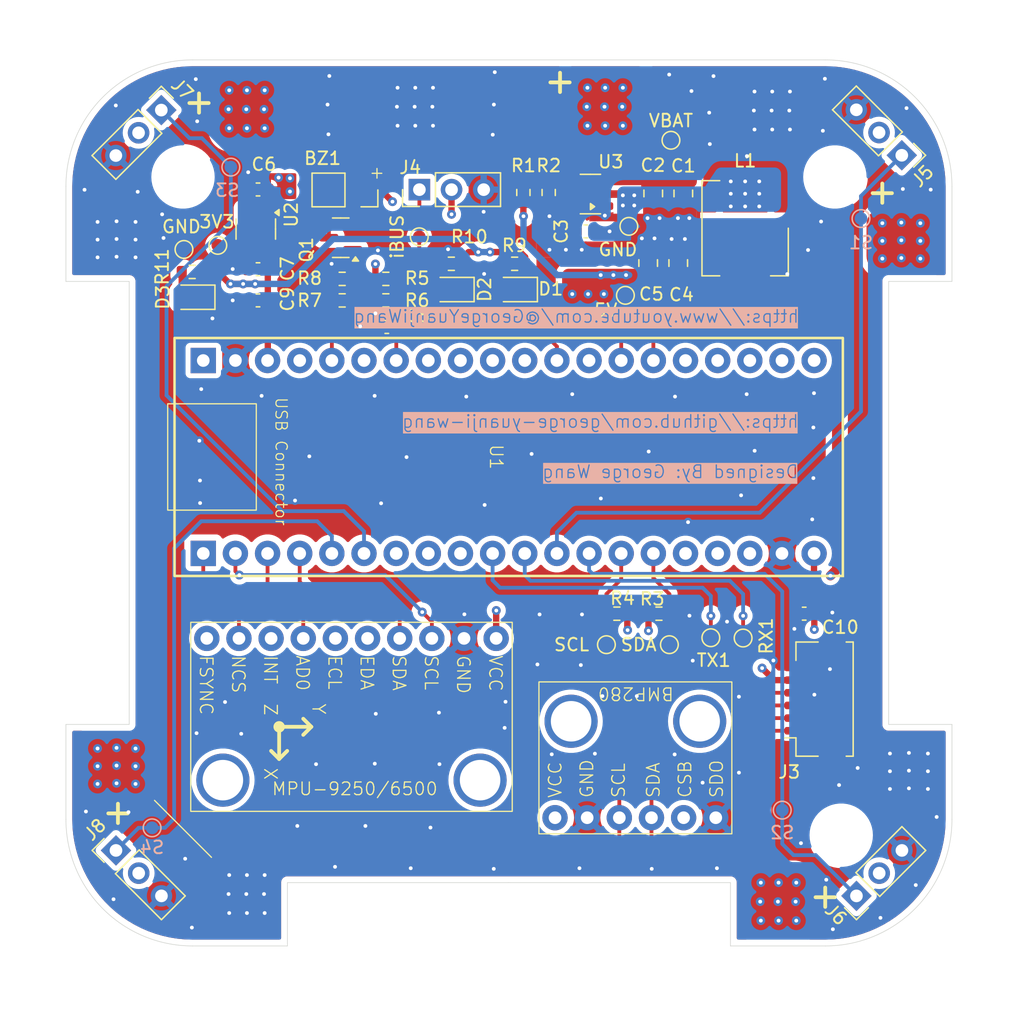
<source format=kicad_pcb>
(kicad_pcb (version 20240108) (generator "pcbnew") (generator_version "8.0")
  (layers (0 "F.Cu" signal) (1 "In1.Cu" power "GND.Cu") (2 "In2.Cu" signal "PWR.Cu") (31 "B.Cu" signal) (34 "B.Paste" user) (35 "F.Paste" user) (36 "B.SilkS" user "B.Silkscreen") (37 "F.SilkS" user "F.Silkscreen") (38 "B.Mask" user) (39 "F.Mask" user) (44 "Edge.Cuts" user))
  (net 0 "")
  (net 1 "Net-(BZ1--)")
  (net 2 "+5V")
  (net 3 "GND")
  (net 4 "VBAT")
  (net 5 "Net-(U3-SW)")
  (net 6 "Net-(U3-VBST)")
  (net 7 "+3V3")
  (net 8 "/BAT_ADC")
  (net 9 "/LED1")
  (net 10 "Net-(D1-A)")
  (net 11 "/LED2")
  (net 12 "Net-(D2-A)")
  (net 13 "Net-(D3-A)")
  (net 15 "/SPI1_SCK")
  (net 16 "/SPI1_CS")
  (net 20 "/SPI1_MOSI")
  (net 21 "/SPI1_MISO")
  (net 22 "/I2C1_SDA")
  (net 23 "/I2C1_SCL")
  (net 24 "/RX1")
  (net 25 "/TX1")
  (net 26 "/RX2_iBUS")
  (net 28 "/S1")
  (net 30 "/S2")
  (net 31 "/S3")
  (net 33 "/S4")
  (net 35 "Net-(Q1-G)")
  (net 36 "Net-(U3-VFB)")
  (net 37 "/Beeper")
  (net 38 "/S5")
  (net 39 "/UART2_TX2")
  (net 54 "/S6")
  (footprint "1_my_custom:MPU9250_Mod" (layer "F.Cu") (at 153.56 83.7025 -90)
    (property "Reference" "J1" (hide yes))
    (property "Value" "MPU9250_Breakout")
  )
  (footprint "TestPoint:TestPoint_Pad_D1.0mm" (layer "F.Cu") (at 175.2 56.6)
    (property "Reference" "TP3")
    (property "Value" "5V")
  )
  (footprint "Capacitor_SMD:C_0603_1608Metric" (layer "F.Cu") (at 189.325 81.75)
    (property "Reference" "C10")
    (property "Value" "0.1u 10V")
  )
  (footprint "TestPoint:TestPoint_Pad_D1.0mm" (layer "F.Cu") (at 178.8 44.35 180)
    (property "Reference" "TP14")
    (property "Value" "VBAT")
  )
  (footprint "Resistor_SMD:R_0603_1608Metric" (layer "F.Cu") (at 174.525 81.75 180)
    (property "Reference" "R4")
    (property "Value" "4.7k")
  )
  (footprint "Resistor_SMD:R_0603_1608Metric" (layer "F.Cu") (at 169.14 48.475 90)
    (property "Reference" "R2")
    (property "Value" "10k")
  )
  (footprint "Resistor_SMD:R_0603_1608Metric" (layer "F.Cu") (at 152.825 55.3)
    (property "Reference" "R8")
    (property "Value" "10k")
  )
  (footprint "Connector_PinHeader_2.54mm:PinHeader_1x03_P2.54mm_Vertical" (layer "F.Cu") (at 193.453949 104.046051 135)
    (property "Reference" "J6")
    (property "Value" "PWM2")
  )
  (footprint "TestPoint:TestPoint_Pad_D1.0mm" (layer "F.Cu") (at 175.475 51.15)
    (property "Reference" "TP4")
    (property "Value" "GND")
  )
  (footprint "Resistor_SMD:R_0603_1608Metric" (layer "F.Cu") (at 156.275 57 180)
    (property "Reference" "R6")
    (property "Value" "10k")
  )
  (footprint "1_my_custom:PAD_1x02_5mm" (layer "F.Cu") (at 166 41.75)
    (property "Reference" "J13" (hide yes))
    (property "Value" "VBAT")
  )
  (footprint "Package_TO_SOT_SMD:SOT-23-6" (layer "F.Cu") (at 172.4375 48.6 180)
    (property "Reference" "U3")
    (property "Value" "TPS563200")
  )
  (footprint "Capacitor_SMD:C_0805_2012Metric" (layer "F.Cu") (at 177.4 48.55 -90)
    (property "Reference" "C2")
    (property "Value" "0.1u 25V")
  )
  (footprint "Connector_PinHeader_2.54mm:PinHeader_1x03_P2.54mm_Vertical" (layer "F.Cu") (at 138.535445 41.964555 -45)
    (property "Reference" "J7")
    (property "Value" "PWM3")
  )
  (footprint "Capacitor_SMD:C_0805_2012Metric" (layer "F.Cu") (at 179.775 48.55 -90)
    (property "Reference" "C1")
    (property "Value" "10u 25V")
  )
  (footprint "Resistor_SMD:R_0603_1608Metric" (layer "F.Cu") (at 166.45 54.1075 180)
    (property "Reference" "R9")
    (property "Value" "470")
  )
  (footprint "Connector_PinHeader_2.54mm:PinHeader_1x03_P2.54mm_Vertical" (layer "F.Cu") (at 158.925 48.25 90)
    (property "Reference" "J4")
    (property "Value" "Receiver")
  )
  (footprint "TestPoint:TestPoint_Pad_D1.0mm" (layer "F.Cu") (at 181.95 83.65 90)
    (property "Reference" "TP7")
    (property "Value" "TX1")
  )
  (footprint "LED_SMD:LED_0805_2012Metric" (layer "F.Cu") (at 161.5625 56.1425 180)
    (property "Reference" "D2")
    (property "Value" "GREEN")
  )
  (footprint "LED_SMD:LED_0805_2012Metric" (layer "F.Cu") (at 166.5625 56.1425 180)
    (property "Reference" "D1")
    (property "Value" "RED")
  )
  (footprint "Capacitor_SMD:C_0805_2012Metric" (layer "F.Cu") (at 179.375 54.05 90)
    (property "Reference" "C4")
    (property "Value" "22u  16V")
  )
  (footprint "Capacitor_SMD:C_0603_1608Metric" (layer "F.Cu") (at 146.175 48.2375 180)
    (property "Reference" "C6")
    (property "Value" "1uF 10V")
  )
  (footprint "Capacitor_SMD:C_0603_1608Metric" (layer "F.Cu") (at 156.35 59.1 180)
    (property "Reference" "C8")
    (property "Value" "0.1u 10V")
  )
  (footprint "TestPoint:TestPoint_Pad_D1.0mm" (layer "F.Cu") (at 158.915 51.975 90)
    (property "Reference" "TP9")
    (property "Value" "iBUS")
  )
  (footprint "Connector_PinHeader_2.54mm:PinHeader_1x03_P2.54mm_Vertical" (layer "F.Cu") (at 197.035445 45.535445 -135)
    (property "Reference" "J5")
    (property "Value" "PWM1")
  )
  (footprint "TestPoint:TestPoint_Pad_D1.0mm" (layer "F.Cu") (at 178.675 84.2)
    (property "Reference" "TP1")
    (property "Value" "SDA")
  )
  (footprint "Connector_PinSocket_2.54mm:PinSocket_1x02_P2.54mm_Vertical" (layer "F.Cu") (at 154.315 48.275 -90)
    (property "Reference" "BZ1")
    (property "Value" "Buzzer")
  )
  (footprint "Capacitor_SMD:C_0805_2012Metric" (layer "F.Cu") (at 177 54.05 90)
    (property "Reference" "C5")
    (property "Value" "22u 16V")
  )
  (footprint "Resistor_SMD:R_0603_1608Metric" (layer "F.Cu") (at 177.85 81.75)
    (property "Reference" "R3")
    (property "Value" "4.7k")
  )
  (footprint "Package_TO_SOT_SMD:SOT-23" (layer "F.Cu") (at 152.7125 52.05 180)
    (property "Reference" "Q1")
    (property "Value" "IRLML6344")
  )
  (footprint "Resistor_SMD:R_0603_1608Metric" (layer "F.Cu") (at 161.45 54.1075 180)
    (property "Reference" "R10")
    (property "Value" "470")
  )
  (footprint "TestPoint:TestPoint_Pad_D1.0mm" (layer "F.Cu") (at 173.7 84.2)
    (property "Reference" "TP2")
    (property "Value" "SCL")
  )
  (footprint "Connector_JST:JST_SHL_SM06B-SHLS-TF_1x06-1MP_P1.00mm_Horizontal" (layer "F.Cu") (at 190.085 88.5 90)
    (property "Reference" "J3")
    (property "Value" "GPS_Mag")
  )
  (footprint "Inductor_SMD_Wurth:L_Wurth_WE-LHMI-7050" (layer "F.Cu") (at 184.66 51.3 -90)
    (property "Reference" "L1")
    (property "Value" "4.7u")
  )
  (footprint "TestPoint:TestPoint_Pad_D1.0mm" (layer "F.Cu") (at 143 52.65)
    (property "Reference" "TP5")
    (property "Value" "3V3")
  )
  (footprint "1_my_custom:PAD_1x02_5mm" (layer "F.Cu") (at 135 42 180)
    (property "Reference" "J11" (hide yes))
    (property "Value" "M3")
  )
  (footprint "Resistor_SMD:R_0603_1608Metric" (layer "F.Cu") (at 152.825 57)
    (property "Reference" "R7")
    (property "Value" "100")
  )
  (footprint "TestPoint:TestPoint_Pad_D1.0mm" (layer "F.Cu") (at 184.5 83.675 -90)
    (property "Reference" "TP8")
    (property "Value" "RX1")
  )
  (footprint "Resistor_SMD:R_0603_1608Metric" (layer "F.Cu") (at 140.975 54.75 180)
    (property "Reference" "R11")
    (property "Value" "470")
  )
  (footprint "Capacitor_SMD:C_0603_1608Metric" (layer "F.Cu") (at 172.075 51.55 180)
    (property "Reference" "C3")
    (property "Value" "0.1u 10V")
  )
  (footprint "Capacitor_SMD:C_0603_1608Metric" (layer "F.Cu") (at 146.175 57)
    (property "Reference" "C9")
    (property "Value" "0.1u 10V")
  )
  (footprint "Connector_PinHeader_2.54mm:PinHeader_1x03_P2.54mm_Vertical" (layer "F.Cu") (at 134.953949 100.453949 45)
    (property "Reference" "J8")
    (property "Value" "PWM4")
  )
  (footprint "1_my_custom:PAD_1x02_5mm" (layer "F.Cu") (at 135 104 -90)
    (property "Reference" "J12" (hide yes))
    (property "Value" "M4")
  )
  (footprint "1_my_custom:BMP280_Mod" (layer "F.Cu") (at 175.99 92.79 90)
    (property "Reference" "J2" (hide yes))
    (property "Value" "BMP280_Breakout")
  )
  (footprint "Resistor_SMD:R_0603_1608Metric" (layer "F.Cu") (at 167.14 48.475 -90)
    (property "Reference" "R1")
    (property "Value" "54.9k")
  )
  (footprint "Resistor_SMD:R_0603_1608Metric" (layer "F.Cu") (at 156.275 55.3)
    (property "Reference" "R5")
    (property "Value" "33k")
  )
  (footprint "1_my_custom:PAD_1x02_5mm" (layer "F.Cu") (at 197 42 90)
    (property "Reference" "J9" (hide yes))
    (property "Value" "M1")
  )
  (footprint "Capacitor_SMD:C_0603_1608Metric" (layer "F.Cu") (at 146.175 54.5375 180)
    (property "Reference" "C7")
    (property "Value" "1uF 10V")
  )
  (footprint "1_my_custom:PAD_1x02_5mm" (layer "F.Cu") (at 197.5 104.5)
    (property "Reference" "J10" (hide yes))
    (property "Value" "M2")
  )
  (footprint "1_my_custom:Stm32f411ceu_module" (layer "F.Cu") (at 165.98 69.37 -90)
    (property "Reference" "U1")
    (property "Value" "STM32F411CEU1" (hide yes))
  )
  (footprint "TestPoint:TestPoint_Pad_D1.0mm" (layer "F.Cu") (at 140.325 52.975)
    (property "Reference" "TP6")
    (property "Value" "GND")
  )
  (footprint "Package_TO_SOT_SMD:SOT-23-5" (layer "F.Cu") (at 146 51.3625 -90)
    (property "Reference" "U2")
    (property "Value" "TLV73333P")
  )
  (footprint "LED_SMD:LED_0805_2012Metric" (layer "F.Cu") (at 141.0875 56.75 180)
    (property "Reference" "D3")
    (property "Value" "BLUE")
  )
  (footprint "TestPoint:TestPoint_Pad_D1.0mm" (layer "B.Cu") (at 193.814 50.535 90)
    (property "Reference" "TP10")
    (property "Value" "S1")
  )
  (footprint "TestPoint:TestPoint_Pad_D1.0mm" (layer "B.Cu") (at 187.591 97.271 180)
    (property "Reference" "TP11")
    (property "Value" "S2")
  )
  (footprint "TestPoint:TestPoint_Pad_D1.0mm" (layer "B.Cu") (at 137.807 98.668 180)
    (property "Reference" "TP13")
    (property "Value" "S4")
  )
  (footprint "TestPoint:TestPoint_Pad_D1.0mm" (layer "B.Cu") (at 144.03 46.471 180)
    (property "Reference" "TP12")
    (property "Value" "S3")
  )
  (gr_line (start 138 96.5) (end 142.5 101) (stroke (width 0.1)) (layer "F.SilkS"))
  (gr_line (start 166 103) (end 148.5 103) (stroke (width 0.05)) (layer "Edge.Cuts"))
  (gr_line (start 131 90.5) (end 131 98) (stroke (width 0.05)) (layer "Edge.Cuts"))
  (gr_arc (start 201 98) (mid 198.071068 105.071068) (end 191 108) (stroke (width 0.05)) (layer "Edge.Cuts"))
  (gr_line (start 136 73) (end 136 55.5) (stroke (width 0.05)) (layer "Edge.Cuts"))
  (gr_arc (start 191 38) (mid 198.071068 40.928932) (end 201 48) (stroke (width 0.05)) (layer "Edge.Cuts"))
  (gr_arc (start 141 108) (mid 133.928932 105.071068) (end 131 98) (stroke (width 0.05)) (layer "Edge.Cuts"))
  (gr_line (start 136 73) (end 136 90.5) (stroke (width 0.05)) (layer "Edge.Cuts"))
  (gr_line (start 196 90.5) (end 201 90.5) (stroke (width 0.05)) (layer "Edge.Cuts"))
  (gr_line (start 201 55.5) (end 201 48) (stroke (width 0.05)) (layer "Edge.Cuts"))
  (gr_line (start 201 90.5) (end 201 98) (stroke (width 0.05)) (layer "Edge.Cuts"))
  (gr_line (start 183.5 103) (end 183.5 108) (stroke (width 0.05)) (layer "Edge.Cuts"))
  (gr_line (start 136 55.5) (end 131 55.5) (stroke (width 0.05)) (layer "Edge.Cuts"))
  (gr_arc (start 131 48) (mid 133.928932 40.928932) (end 141 38) (stroke (width 0.05)) (layer "Edge.Cuts"))
  (gr_line (start 196 73) (end 196 90.5) (stroke (width 0.05)) (layer "Edge.Cuts"))
  (gr_line (start 136 90.5) (end 131 90.5) (stroke (width 0.05)) (layer "Edge.Cuts"))
  (gr_line (start 196 73) (end 196 55.5) (stroke (width 0.05)) (layer "Edge.Cuts"))
  (gr_line (start 191 108) (end 183.5 108) (stroke (width 0.05)) (layer "Edge.Cuts"))
  (gr_line (start 148.5 103) (end 148.5 108) (stroke (width 0.05)) (layer "Edge.Cuts"))
  (gr_line (start 196 55.5) (end 201 55.5) (stroke (width 0.05)) (layer "Edge.Cuts"))
  (gr_line (start 191 38) (end 141 38) (stroke (width 0.05)) (layer "Edge.Cuts"))
  (gr_line (start 166 103) (end 183.5 103) (stroke (width 0.05)) (layer "Edge.Cuts"))
  (gr_line (start 148.5 108) (end 141 108) (stroke (width 0.05)) (layer "Edge.Cuts"))
  (gr_line (start 131 48) (end 131 55.5) (stroke (width 0.05)) (layer "Edge.Cuts"))
  (gr_text "Designed By: George Wang" (at 188.925 71.125 0) (layer "B.SilkS" knockout) (effects (font (size 1 1) (thickness 0.1)) (justify left bottom mirror)))
  (gr_text "https://www.youtube.com/@GeorgeYuanjiWang" (at 188.975 58.85 0) (layer "B.SilkS" knockout) (effects (font (size 1 1) (thickness 0.1)) (justify left bottom mirror)))
  (gr_text "https://github.com/george-yuanji-wang" (at 188.95 67.15 0) (layer "B.SilkS" knockout) (effects (font (size 1 1) (thickness 0.1)) (justify left bottom mirror)))
  (gr_text "+" (at 140.08 42.43 0) (layer "F.SilkS") (effects (font (size 2 2) (thickness 0.3)) (justify left bottom)))
  (gr_text "+" (at 133.675 98.55 0) (layer "F.SilkS") (effects (font (size 2 2) (thickness 0.3)) (justify left bottom)))
  (gr_text "+" (at 168.6 40.8 0) (layer "F.SilkS") (effects (font (size 2 2) (thickness 0.3)) (justify left bottom)))
  (gr_text "+" (at 194.06 49.55 0) (layer "F.SilkS") (effects (font (size 2 2) (thickness 0.3)) (justify left bottom)))
  (gr_text "+" (at 189.55 105.175 0) (layer "F.SilkS") (effects (font (size 2 2) (thickness 0.3)) (justify left bottom)))
  (segment (start 151.775 52.05) (end 151.775 48.275) (width 0.3) (layer "F.Cu") (net 1))
  (segment (start 191.4 78.75) (end 191.9 78.25) (width 0.75) (layer "F.Cu") (net 2))
  (segment (start 164.99 83.7025) (end 164.99 81.51) (width 0.5) (layer "F.Cu") (net 2))
  (segment (start 177.95 59.25) (end 176.8 58.1) (width 0.75) (layer "F.Cu") (net 2))
  (segment (start 161.465 50.2) (end 161.465 48.25) (width 0.5) (layer "F.Cu") (net 2))
  (segment (start 146.95 48.2375) (end 146.95 50.225) (width 0.5) (layer "F.Cu") (net 2))
  (segment (start 177 55) (end 175.25 55) (width 0.5) (layer "F.Cu") (net 2))
  (segment (start 167.14 49.3) (end 167.14 50.34) (width 0.5) (layer "F.Cu") (net 2))
  (segment (start 176.8 56.6) (end 175.2 56.6) (width 0.75) (layer "F.Cu") (net 2))
  (segment (start 188.41 87) (end 186.95 87) (width 0.5) (layer "F.Cu") (net 2))
  (segment (start 190.65 59.25) (end 177.95 59.25) (width 0.75) (layer "F.Cu") (net 2))
  (segment (start 154.315 48.275) (end 155.875 48.275) (width 0.5) (layer "F.Cu") (net 2))
  (segment (start 145.4 51.4) (end 146.6 51.4) (width 0.3) (layer "F.Cu") (net 2))
  (segment (start 145.05 51.05) (end 145.4 51.4) (width 0.3) (layer "F.Cu") (net 2))
  (segment (start 145.05 50.225) (end 145.05 51.05) (width 0.3) (layer "F.Cu") (net 2))
  (segment (start 155.875 48.275) (end 156.8 49.2) (width 0.5) (layer "F.Cu") (net 2))
  (segment (start 146.95 51.05) (end 146.95 50.225) (width 0.3) (layer "F.Cu") (net 2))
  (segment (start 186.95 87) (end 186 86.05) (width 0.5) (layer "F.Cu") (net 2))
  (segment (start 191.9 60.5) (end 190.65 59.25) (width 0.75) (layer "F.Cu") (net 2))
  (segment (start 146.6 51.4) (end 146.95 51.05) (width 0.3) (layer "F.Cu") (net 2))
  (segment (start 191.9 78.25) (end 191.9 60.5) (width 0.75) (layer "F.Cu") (net 2))
  (segment (start 164.99 81.51) (end 165 81.5) (width 0.5) (layer "F.Cu") (net 2))
  (segment (start 176.8 58.1) (end 176.8 56.6) (width 0.75) (layer "F.Cu") (net 2))
  (segment (start 167.14 50.34) (end 167.15 50.35) (width 0.5) (layer "F.Cu") (net 2))
  (via (at 172.25 56.5) (size 0.7) (drill 0.3) (layers "F.Cu" "B.Cu") (net 2))
  (via (at 167.15 50.35) (size 0.7) (drill 0.3) (layers "F.Cu" "B.Cu") (net 2))
  (via (at 173.5 56.5) (size 0.7) (drill 0.3) (layers "F.Cu" "B.Cu") (net 2))
  (via (at 161.465 50.2) (size 0.7) (drill 0.3) (layers "F.Cu" "B.Cu") (net 2))
  (via (at 148.7 48.4) (size 0.7) (drill 0.3) (layers "F.Cu" "B.Cu") (net 2))
  (via (at 174.25 55) (size 0.7) (drill 0.3) (layers "F.Cu" "B.Cu") (net 2))
  (via (at 165 81.5) (size 0.7) (drill 0.3) (layers "F.Cu" "B.Cu") (net 2))
  (via (at 148.7 47.35) (size 0.7) (drill 0.3) (layers "F.Cu" "B.Cu") (net 2))
  (via (at 171 56.5) (size 0.7) (drill 0.3) (layers "F.Cu" "B.Cu") (net 2))
  (via (at 191.4 78.75) (size 0.7) (drill 0.3) (layers "F.Cu" "B.Cu") (net 2))
  (via (at 186 86.05) (size 0.7) (drill 0.3) (layers "F.Cu" "B.Cu") (net 2))
  (via (at 173.25 55) (size 0.7) (drill 0.3) (layers "F.Cu" "B.Cu") (net 2))
  (via (at 156.8 49.2) (size 0.7) (drill 0.3) (layers "F.Cu" "B.Cu") (net 2))
  (via (at 147.8 47.3) (size 0.7) (drill 0.3) (layers "F.Cu" "B.Cu") (net 2))
  (via (at 175.25 55) (size 0.7) (drill 0.3) (layers "F.Cu" "B.Cu") (net 2))
  (segment (start 169.8 55) (end 175.5 55) (width 0.5) (layer "B.Cu") (net 2))
  (segment (start 167.15 50.35) (end 167.15 52.35) (width 0.5) (layer "B.Cu") (net 2))
  (segment (start 167.15 52.35) (end 169.8 55) (width 0.5) (layer "B.Cu") (net 2))
  (segment (start 144.4 59.8) (end 144.39 59.81) (width 0.5) (layer "F.Cu") (net 3))
  (segment (start 144.3125 48.2375) (end 140.325 52.225) (width 0.5) (layer "F.Cu") (net 3))
  (segment (start 142.025 56.75) (end 142.025 57.875) (width 0.5) (layer "F.Cu") (net 3))
  (segment (start 144.39 59.81) (end 144.39 61.75) (width 0.5) (layer "F.Cu") (net 3))
  (segment (start 187.5 86) (end 186.95 85.45) (width 0.5) (layer "F.Cu") (net 3))
  (segment (start 145.4 48.2375) (end 146 48.8375) (width 0.5) (layer "F.Cu") (net 3))
  (segment (start 152 54.12) (end 152 55.3) (width 0.5) (layer "F.Cu") (net 3))
  (segment (start 145.4 57) (end 144.175 57) (width 0.5) (layer "F.Cu") (net 3))
  (segment (start 151.99 54.11) (end 152 54.12) (width 0.5) (layer "F.Cu") (net 3))
  (segment (start 187.57 76.99) (end 187.57 78.77) (width 0.5) (layer "F.Cu") (net 3))
  (segment (start 186.95 85.45) (end 186.891 85.45) (width 0.5) (layer "F.Cu") (net 3))
  (segment (start 138.546051 104.046051) (end 138.553949 104.046051) (width 0.5) (layer "F.Cu") (net 3))
  (segment (start 144.4 59.5) (end 144.4 59.8) (width 0.5) (layer "F.Cu") (net 3))
  (segment (start 145.4 57) (end 145.4 58.5) (width 0.5) (layer "F.Cu") (net 3))
  (segment (start 188.55 79.75) (end 188.55 81.75) (width 0.5) (layer "F.Cu") (net 3))
  (segment (start 144.1875 54.5375) (end 144.175 54.525) (width 0.5) (layer "F.Cu") (net 3))
  (segment (start 140.325 52.225) (end 140.325 52.975) (width 0.5) (layer "F.Cu") (net 3))
  (segment (start 193.443343 41.943343) (end 193.431657 41.943343) (width 0.5) (layer "F.Cu") (net 3))
  (segment (start 154.675 51.1) (end 155.65 52.075) (width 0.5) (layer "F.Cu") (net 3))
  (segment (start 145.4 58.5) (end 144.4 59.5) (width 0.5) (layer "F.Cu") (net 3))
  (segment (start 155.65 52.075) (end 155.65 53.05) (width 0.5) (layer "F.Cu") (net 3))
  (segment (start 134.943343 45.556657) (end 134.943343 45.568343) (width 0.5) (layer "F.Cu") (net 3))
  (segment (start 155.45 57) (end 155.45 58.025) (width 0.5) (layer "F.Cu") (net 3))
  (segment (start 153.65 51.1) (end 154.675 51.1) (width 0.5) (layer "F.Cu") (net 3))
  (segment (start 188.55 81.75) (end 188.55 82.95) (width 0.5) (layer "F.Cu") (net 3))
  (segment (start 164.005 49.995) (end 164 50) (width 0.5) (layer "F.Cu") (net 3))
  (segment (start 164.005 48.25) (end 164.005 49.995) (width 0.5) (layer "F.Cu") (net 3))
  (segment (start 145.4 54.5375) (end 144.1875 54.5375) (width 0.5) (layer "F.Cu") (net 3))
  (segment (start 146 48.8375) (end 146 50.225) (width 0.5) (layer "F.Cu") (net 3))
  (segment (start 145.4 48.2375) (end 145.4 46.875) (width 0.5) (layer "F.Cu") (net 3))
  (segment (start 155.55 59.05) (end 154.25 59.05) (width 0.3) (layer "F.Cu") (net 3))
  (segment (start 145.4 48.2375) (end 144.3125 48.2375) (width 0.5) (layer "F.Cu") (net 3))
  (segment (start 187.57 78.77) (end 188.55 79.75) (width 0.5) (layer "F.Cu") (net 3))
  (segment (start 197.046051 100.453949) (end 197.046051 100.421051) (width 0.5) (layer "F.Cu") (net 3))
  (segment (start 188.41 86) (end 187.5 86) (width 0.5) (layer "F.Cu") (net 3))
  (segment (start 142.025 57.875) (end 142.575 58.425) (width 0.5) (layer "F.Cu") (net 3))
  (via (at 144.175 57) (size 0.7) (drill 0.3) (layers "F.Cu" "B.Cu") (net 3))
  (via (at 173.26 72.65) (size 0.7) (drill 0.3) (layers "F.Cu" "B.Cu") (net 3))
  (via (at 176.5 52.1) (size 0.7) (drill 0.3) (layers "F.Cu" "B.Cu") (net 3))
  (via (at 189.63 53.02) (size 0.7) (drill 0.3) (layers "F.Cu" "B.Cu") (net 3))
  (via (at 199.1 95.6) (size 0.7) (drill 0.3) (layers "F.Cu" "B.Cu") (net 3))
  (via (at 185.4 43.5) (size 0.7) (drill 0.3) (layers "F.Cu" "B.Cu") (net 3))
  (via (at 158.24 101.86) (size 0.7) (drill 0.3) (layers "F.Cu" "B.Cu") (net 3))
  (via (at 154.25 59.05) (size 0.7) (drill 0.3) (layers "F.Cu" "B.Cu") (net 3))
  (via (at 188.15 42) (size 0.7) (drill 0.3) (layers "F.Cu" "B.Cu") (net 3))
  (via (at 136.5 50.8) (size 0.7) (drill 0.3) (layers "F.Cu" "B.Cu") (net 3))
  (via (at 135 50.75) (size 0.7) (drill 0.3) (layers "F.Cu" "B.Cu") (net 3))
  (via (at 193.55 93.94) (size 0.7) (drill 0.3) (layers "F.Cu" "B.Cu") (net 3))
  (via (at 133.5 53.6) (size 0.7) (drill 0.3) (layers "F.Cu" "B.Cu") (net 3))
  (via (at 151.67 41.53) (size 0.7) (drill 0.3) (layers "F.Cu" "B.Cu") (net 3))
  (via (at 155.9 73.03) (size 0.7) (drill 0.3) (layers "F.Cu" "B.Cu") (net 3))
  (via (at 150.23 69.32) (size 0.7) (drill 0.3) (layers "F.Cu" "B.Cu") (net 3))
  (via (at 187.99 54.92) (size 0.7) (drill 0.3) (layers "F.Cu" "B.Cu") (net 3))
  (via (at 141.26 39.52) (size 0.7) (drill 0.3) (layers "F.Cu" "B.Cu") (net 3))
  (via (at 164.72 43.91) (size 0.7) (drill 0.3) (layers "F.Cu" "B.Cu") (net 3))
  (via (at 185.41 68.88) (size 0.7) (drill 0.3) (layers "F.Cu" "B.Cu") (net 3))
  (via (at 186.8 43.5) (size 0.7) (drill 0.3) (layers "F.Cu" "B.Cu") (net 3))
  (via (at 184.78 64.41) (size 0.7) (drill 0.3) (layers "F.Cu" "B.Cu") (net 3))
  (via (at 199.79 97.81) (size 0.7) (drill 0.3) (layers "F.Cu" "B.Cu") (net 3))
  (via (at 141.59 71.23) (size 0.7) (drill 0.3) (layers "F.Cu" "B.Cu") (net 3))
  (via (at 191.07 102.77) (size 0.7) (drill 0.3) (layers "F.Cu" "B.Cu") (net 3))
  (via (at 182.16 39.28) (size 0.7) (drill 0.3) (layers "F.Cu" "B.Cu") (net 3))
  (via (at 171.57 101.86) (size 0.7) (drill 0.3) (layers "F.Cu" "B.Cu") (net 3))
  (via (at 159.95 41.7) (size 0.7) (drill 0.3) (layers "F.Cu" "B.Cu") (net 3))
  (via (at 155.39 64.54) (size 0.7) (drill 0.3) (layers "F.Cu" "B.Cu") (net 3))
  (via (at 141.54 68.09) (size 0.7) (drill 0.3) (layers "F.Cu" "B.Cu") (net 3))
  (via (at 184.17 94.31) (size 0.7) (drill 0.3) (layers "F.Cu" "B.Cu") (net 3))
  (via (at 168.42 81.81) (size 0.7) (drill 0.3) (layers "F.Cu" "B.Cu") (net 3))
  (via (at 196.1 92.8) (size 0.7) (drill 0.3) (layers "F.Cu" "B.Cu") (net 3))
  (via (at 151.74 43.88) (size 0.7) (drill 0.3) (layers "F.Cu" "B.Cu") (net 3))
  (via (at 132.47 48.26) (size 0.7) (drill 0.3) (layers "F.Cu" "B.Cu") (net 3))
  (via (at 180.26 81.91) (size 0.7) (drill 0.3) (layers "F.Cu" "B.Cu") (net 3))
  (via (at 151.81 39.27) (size 0.7) (drill 0.3) (layers "F.Cu" "B.Cu") (net 3))
  (via (at 186.75 42) (size 0.7) (drill 0.3) (layers "F.Cu" "B.Cu") (net 3))
  (via (at 160 40.2) (size 0.7) (drill 0.3) (layers "F.Cu" "B.Cu") (net 3))
  (via (at 155.4 93.6) (size 0.7) (drill 0.3) (layers "F.Cu" "B.Cu") (net 3))
  (via (at 154.66 98.52) (size 0.7) (drill 0.3) (layers "F.Cu" "B.Cu") (net 3))
  (via (at 192.08 95.29) (size 0.7) (drill 0.3) (layers "F.Cu" "B.Cu") (net 3))
  (via (at 158.55 41.7) (size 0.7) (drill 0.3) (layers "F.Cu" "B.Cu") (net 3))
  (via (at 164.81 41.53) (size 0.7) (drill 0.3) (layers "F.Cu" "B.Cu") (net 3))
  (via (at 170.5 53) (size 0.7) (drill 0.3) (layers "F.Cu" "B.Cu") (net 3))
  (via (at 188.2 40.5) (size 0.7) (drill 0.3) (layers "F.Cu" "B.Cu") (net 3))
  (via (at 142.575 58.425) (size 0.7) (drill 0.3) (layers "F.Cu" "B.Cu") (net 3))
  (via (at 191.36 86.13) (size 0.7) (drill 0.3) (layers "F.Cu" "B.Cu") (net 3))
  (via (at 188.2 43.5) (size 0.7) (drill 0.3) (layers "F.Cu" "B.Cu") (net 3))
  (via (at 143.85 103.9) (size 0.7) (drill 0.3) (layers "F.Cu" "B.Cu") (net 3))
  (via (at 191.59 106.68) (size 0.7) (drill 0.3) (layers "F.Cu" "B.Cu") (net 3))
  (via (at 173.575 50.3) (size 0.7) (drill 0.3) (layers "F.Cu" "B.Cu") (net 3))
  (via (at 177.04 68.94) (size 0.7) (drill 0.3) (layers "F.Cu" "B.Cu") (net 3))
  (via (at 173.38 88.26) (size 0.7) (drill 0.3) (layers "F.Cu" "B.Cu") (net 3))
  (via (at 169.2 50.35) (size 0.7) (drill 0.3) (layers "F.Cu" "B.Cu") (net 3))
  (via (at 198.14 103.19) (size 0.7) (drill 0.3) (layers "F.Cu" "B.Cu") (net 3))
  (via (at 184.34 72.4) (size 0.7) (drill 0.3) (layers "F.Cu" "B.Cu") (net 3))
  (via (at 181.3 95.1) (size 0.7) (drill 0.3) (layers "F.Cu" "B.Cu") (net 3))
  (via (at 152.26 101.75) (size 0.7) (drill 0.3) (layers "F.Cu" "B.Cu") (net 3))
  (via (at 176.1 88.26) (size 0.7) (drill 0.3) (layers "F.Cu" "B.Cu") (net 3))
  (via (at 164.88 38.97) (size 0.7) (drill 0.3) (layers "F.Cu" "B.Cu") (net 3))
  (via (at 197.6 95.55) (size 0.7) (drill 0.3) (layers "F.Cu" "B.Cu") (net 3))
  (via (at 179.12 64.6) (size 0.7) (drill 0.3) (layers "F.Cu" "B.Cu") (net 3))
  (via (at 164.04 54.91) (size 0.7) (drill 0.3) (layers "F.Cu" "B.Cu") (net 3))
  (via (at 159.8 98.65) (size 0.7) (drill 0.3) (layers "F.Cu" "B.Cu") (net 3))
  (via (at 146.46 64.54) (size 0.7) (drill 0.3) (layers "F.Cu" "B.Cu") (net 3))
  (via (at 196.1 94.2) (size 0.7) (drill 0.3) (layers "F.Cu" "B.Cu") (net 3))
  (via (at 181.87 44.65) (size 0.7) (drill 0.3) (layers "F.Cu" "B.Cu") (net 3))
  (via (at 190.13 88.15) (size 0.7) (drill 0.3) (layers "F.Cu" "B.Cu") (net 3))
  (via (at 177.28 101.91) (size 0.7) (drill 0.3) (layers "F.Cu" "B.Cu") (net 3))
  (via (at 133.5 50.8) (size 0.7) (drill 0.3) (layers "F.Cu" "B.Cu") (net 3))
  (via (at 157.2 40.2) (size 0.7) (drill 0.3) (layers "F.Cu" "B.Cu") (net 3))
  (via (at 183.23 82.38) (size 0.7) (drill 0.3) (layers "F.Cu" "B.Cu") (net 3))
  (via (at 145.25 103.9) (size 0.7) (drill 0.3) (layers "F.Cu" "B.Cu") (net 3))
  (via (at 189.07 99.88) (size 0.7) (drill 0.3) (layers "F.Cu" "B.Cu") (net 3))
  (via (at 171.68 85.81) (size 0.7) (drill 0.3) (layers "F.Cu" "B.Cu") (net 3))
  (via (at 177.5 52.1) (size 0.7) (drill 0.3) (layers "F.Cu" "B.Cu") (net 3))
  (via (at 180.15 74.52) (size 0.7) (drill 0.3) (layers "F.Cu" "B.Cu") (net 3))
  (via (at 146.7 105.4) (size 0.7) (drill 0.3) (layers "F.Cu" "B.Cu") (net 3))
  (via (at 169.38 92.86) (size 0.7) (drill 0.3) (layers "F.Cu" "B.Cu") (net 3))
  (via (at 164 50) (size 0.7) (drill 0.3) (layers "F.Cu" "B.Cu") (net 3))
  (via (at 171.75 53) (size 0.7) (drill 0.3) (layers "F.Cu" "B.Cu") (net 3))
  (via (at 135 52.15) (size 0.7) (drill 0.3) (layers "F.Cu" "B.Cu") (net 3))
  (via (at 190.96 39.49) (size 0.7) (drill 0.3) (layers "F.Cu" "B.Cu") (net 3))
  (via (at 197.6 92.75) (size 0.7) (drill 0.3) (layers "F.Cu" "B.Cu") (net 3))
  (via (at 158.6 40.2) (size 0.7) (drill 0.3) (layers "F.Cu" "B.Cu") (net 3))
  (via (at 180.42 40.46) (size 0.7) (drill 0.3) (layers "F.Cu" "B.Cu") (net 3))
  (via (at 149.1 72.81) (size 0.7) (drill 0.3) (layers "F.Cu" "B.Cu") (net 3))
  (via (at 155.45 58.025) (size 0.7) (drill 0.3) (layers "F.Cu" "B.Cu") (net 3))
  (via (at 141.32 91.19) (size 0.7) (drill 0.3) (layers "F.Cu" "B.Cu") (net 3))
  (via (at 164.08 73.16) (size 0.7) (drill 0.3) (layers "F.Cu" "B.Cu") (net 3))
  (via (at 138.6 50.2) (size 0.7) (drill 0.3) (layers "F.Cu" "B.Cu") (net 3))
  (via (at 134.94 41.6) (size 0.7) (drill 0.3) (layers "F.Cu" "B.Cu") (net 3))
  (via (at 190.05 67.04) (size 0.7) (drill 0.3) (layers "F.Cu" "B.Cu") (net 3))
  (via (at 145.3 105.4) (size 0.7) (drill 0.3) (layers "F.Cu" "B.Cu") (net 3))
  (via (at 179.9 52.15) (size 0.7) (drill 0.3) (layers "F.Cu" "B.Cu") (net 3))
  (via (at 196.1 95.6) (size 0.7) (drill 0.3) (layers "F.Cu" "B.Cu") (net 3))
  (via (at 162.63 64.6) (size 0.7) (drill 0.3) (layers "F.Cu" "B.Cu") (net 3))
  (via (at 160.51 93.64) (size 0.7) (drill 0.3) (layers "F.Cu" "B.Cu") (net 3))
  (via (at 197.12 48.2) (size 0.7) (drill 0.3) (layers "F.Cu" "B.Cu") (net 3))
  (via (at 165.66 90.77) (size 0.7) (drill 0.3) (layers "F.Cu" "B.Cu") (net 3))
  (via (at 150.76 93.64) (size 0.7) (drill 0.3) (layers "F.Cu" "B.Cu") (net 3))
  (via (at 146.7 102.4) (size 0.7) (drill 0.3) (layers "F.Cu" "B.Cu") (net 3))
  (via (at 190.8 43.6) (size 0.7) (drill 0.3) (layers "F.Cu" "B.Cu") (net 3))
  (via (at 172.79 92.81) (size 0.7) (drill 0.3) (layers "F.Cu" "B.Cu") (net 3))
  (via (at 146.65 103.9) (size 0.7) (drill 0.3) (layers "F.Cu" "B.Cu") (net 3))
  (via (at 191.55 81.66) (size 0.7) (drill 0.3) (layers "F.Cu" "B.Cu") (net 3))
  (via (at 178.66 39.16) (size 0.7) (drill 0.3) (layers "F.Cu" "B.Cu") (net 3))
  (via (at 184.8 45.6) (size 0.7) (drill 0.3) (layers "F.Cu" "B.Cu") (net 3))
  (via (at 136.5 52.2) (size 0.7) (drill 0.3) (layers "F.Cu" "B.Cu") (net 3))
  (via (at 190.1 64.33) (size 0.7) (drill 0.3) (layers "F.Cu" "B.Cu") (net 3))
  (via (at 157.2 43.2) (size 0.7) (drill 0.3) (layers "F.Cu" "B.Cu") (net 3))
  (via (at 180.25 50.5) (size 0.7) (drill 0.3) (layers "F.Cu" "B.Cu") (net 3))
  (via (at 171.77 81.81) (size 0.7) (drill 0.3) (layers "F.Cu" "B.Cu") (net 3))
  (via (at 168.25 85.76) (size 0.7) (drill 0.3) (layers "F.Cu" "B.Cu") (net 3))
  (via (at 190.66 50.77) (size 0.7) (drill 0.3) (layers "F.Cu" "B.Cu") (net 3))
  (via (at 189.96 74.3) (size 0.7) (drill 0.3) (layers "F.Cu" "B.Cu") (net 3))
  (via (at 155.65 53.05) (size 0.7) (drill 0.3) (layers "F.Cu" "B.Cu") (net 3))
  (via (at 158.6 43.2) (size 0.7) (drill 0.3) (layers "F.Cu" "B.Cu") (net 3))
  (via (at 195.35 105.78) (size 0.7) (drill 0.3) (layers "F.Cu" "B.Cu") (net 3))
  (via (at 179.35 50.5) (size 0.7) (drill 0.3) (layers "F.Cu" "B.Cu") (net 3))
  (via (at 135.94 97.43) (size 0.7) (drill 0.3) (layers "F.Cu" "B.Cu") (net 3))
  (via (at 188.55 82.95) (size 0.7) (drill 0.3) (layers "F.Cu" "B.Cu") (net 3))
  (via (at 143.9 102.4) (size 0.7) (drill 0.3) (layers "F.Cu" "B.Cu") (net 3))
  (via (at 157.15 41.7) (size 0.7) (drill 0.3) (layers "F.Cu" "B.Cu") (net 3))
  (via (at 143.9 105.4) (size 0.7) (drill 0.3) (layers "F.Cu" "B.Cu") (net 3))
  (via (at 190.05 71.04) (size 0.7) (drill 0.3) (layers "F.Cu" "B.Cu") (net 3))
  (via (at 165.73 88.71) (size 0.7) (drill 0.3) (layers "F.Cu" "B.Cu") (net 3))
  (via (at 140.95 106.55) (size 0.7) (drill 0.3) (layers "F.Cu" "B.Cu") (net 3))
  (via (at 169.2 53) (size 0.7) (drill 0.3) (layers "F.Cu" "B.Cu") (net 3))
  (via (at 177.9 50.5) (size 0.7) (drill 0.3) (layers "F.Cu" "B.Cu") (net 3))
  (via (at 176.95 50.5) (size 0.7) (drill 0.3) (layers "F.Cu" "B.Cu") (net 3))
  (via (at 144.175 54.525) (size 0.7) (drill 0.3) (layers "F.Cu" "B.Cu") (net 3))
  (via (at 197.41 41.81) (size 0.7) (drill 0.3) (layers "F.Cu" "B.Cu") (net 3))
  (via (at 184.17 88.31) (size 0.7) (drill 0.3) (layers "F.Cu" "B.Cu") (net 3))
  (via (at 185.4 40.5) (size 0.7) (drill 0.3) (layers "F.Cu" "B.Cu") (net 3))
  (via (at 141.37 42.85) (size 0.7) (drill 0.3) (layers "F.Cu" "B.Cu") (net 3))
  (via (at 151.99 54.11) (size 0.7) (drill 0.3) (layers "F.Cu" "B.Cu") (net 3))
  (via (at 140.42 101.11) (size 0.7) (drill 0.3) (layers "F.Cu" "B.Cu") (net 3))
  (via (at 199.32 48.25) (size 0.7) (drill 0.3) (layers "F.Cu" "B.Cu") (net 3))
  (via (at 141.6 73.01) (size 0.7) (drill 0.3) (layers "F.Cu" "B.Cu") (net 3))
  (via (at 178.85 52.15) (size 0.7) (drill 0.3) (layers "F.Cu" "B.Cu") (net 3))
  (via (at 199.1 94.2) (size 0.7) (drill 0.3) (layers "F.Cu" "B.Cu") (net 3))
  (via (at 179.09 92.87) (size 0.7) (drill 0.3) (layers "F.Cu" "B.Cu") (net 3))
  (via (at 135 53.55) (size 0.7) (drill 0.3) (layers "F.Cu" "B.Cu") (net 3))
  (via (at 186.891 85.45) (size 0.7) (drill 0.3) (layers "F.Cu" "B.Cu") (net 3))
  (via (at 162.48 81.8) (size 0.7) (drill 0.3) (layers "F.Cu" "B.Cu") (net 3))
  (via (at 167.79 69.13) (size 0.7) (drill 0.3) (layers "F.Cu" "B.Cu") (net 3))
  (via (at 181.82 42.17) (size 0.7) (drill 0.3) (layers "F.Cu" "B.Cu") (net 3))
  (via (at 136.67 48.42) (size 0.7) (drill 0.3) (layers "F.Cu" "B.Cu") (net 3))
  (via (at 134.76 104.31) (size 0.7) (drill 0.3) (layers "F.Cu" "B.Cu") (net 3))
  (via (at 138.71 52.07) (size 0.7) (drill 0.3) (layers "F.Cu" "B.Cu") (net 3))
  (via (at 197.6 94.15) (size 0.7) (drill 0.3) (layers "F.Cu" "B.Cu") (net 3))
  (via (at 145.4 46.875) (size 0.7) (drill 0.3) (layers "F.Cu" "B.Cu") (net 3))
  (via (at 171 64.41) (size 0.7) (drill 0.3) (layers "F.Cu" "B.Cu") (net 3))
  (via (at 186.8 40.5) (size 0.7) (drill 0.3) (layers "F.Cu" "B.Cu") (net 3))
  (via (at 161.19 52.96) (size 0.7) (drill 0.3) (layers "F.Cu" "B.Cu") (net 3))
  (via (at 155.48 89.66) (size 0.7) (drill 0.3) (layers "F.Cu" "B.Cu") (net 3))
  (via (at 144.85 91.24) (size 0.7) (drill 0.3) (layers "F.Cu" "B.Cu") (net 3))
  (via (at 199.1 92.8) (size 0.7) (drill 0.3) (layers "F.Cu" "B.Cu") (net 3))
  (via (at 180.52 85.46) (size 0.7) (drill 0.3) (layers "F.Cu" "B.Cu") (net 3))
  (via (at 143.57 88.73) (size 0.7) (drill 0.3) (layers "F.Cu" "B.Cu") (net 3))
  (via (at 136.5 53.6) (size 0.7) (drill 0.3) (layers "F.Cu" "B.Cu") (net 3))
  (via (at 141.69 64.01) (size 0.7) (drill 0.3) (layers "F.Cu" "B.Cu") (net 3))
  (via (at 132.58 97.38) (size 0.7) (drill 0.3) (layers "F.Cu" "B.Cu") (net 3))
  (via (at 145.3 102.4) (size 0.7) (drill 0.3) (layers "F.Cu" "B.Cu") (net 3))
  (via (at 133.5 52.2) (size 0.7) (drill 0.3) (layers "F.Cu" "B.Cu") (net 3))
  (via (at 185.35 42) (size 0.7) (drill 0.3) (layers "F.Cu" "B.Cu") (net 3))
  (via (at 164.8 101.91) (size 0.7) (drill 0.3) (layers "F.Cu" "B.Cu") (net 3))
  (via (at 182.43 101.86) (size 0.7) (drill 0.3) (layers "F.Cu" "B.Cu") (net 3))
  (via (at 149.28 98.52) (size 0.7) (drill 0.3) (layers "F.Cu" "B.Cu") (net 3))
  (via (at 157.91 69.38) (size 0.7) (drill 0.3) (layers "F.Cu" "B.Cu") (net 3))
  (via (at 160.47 89.57) (size 0.7) (drill 0.3) (layers "F.Cu" "B.Cu") (net 3))
  (via (at 160 43.2) (size 0.7) (drill 0.3) (layers "F.Cu" "B.Cu") (net 3))
  (segment (start 171.3 48.6) (end 171.962499 48.6) (width 0.3) (layer "F.Cu") (net 4))
  (segment (start 171.962499 48.6) (end 172.912499 47.65) (width 0.3) (layer "F.Cu") (net 4))
  (segment (start 155.45 55.3) (end 155.45 54.125) (width 0.5) (layer "F.Cu") (net 4))
  (segment (start 172.912499 47.65) (end 173.575 47.65) (width 0.3) (layer "F.Cu") (net 4))
  (via (at 197 52.25) (size 0.7) (drill 0.3) (layers "F.Cu" "B.Cu") (net 4))
  (via (at 187.3 103) (size 0.7) (drill 0.3) (layers "F.Cu" "B.Cu") (net 4))
  (via (at 136.5 92.4) (size 0.7) (drill 0.3) (layers "F.Cu" "B.Cu") (net 4))
  (via (at 145.3 43.4) (size 0.7) (drill 0.3) (layers "F.Cu" "B.Cu") (net 4))
  (via (at 173.55 41.7) (size 0.7) (drill 0.3) (layers "F.Cu" "B.Cu") (net 4))
  (via (at 143.9 43.4) (size 0.7) (drill 0.3) (layers "F.Cu" "B.Cu") (net 4))
  (via (at 146.65 41.9) (size 0.7) (drill 0.3) (layers "F.Cu" "B.Cu") (net 4))
  (via (at 173.6 40.2) (size 0.7) (drill 0.3) (layers "F.Cu" "B.Cu") (net 4))
  (via (at 187.25 104.5) (size 0.7) (drill 0.3) (layers "F.Cu" "B.Cu") (net 4))
  (via (at 195.5 53.7) (size 0.7) (drill 0.3) (layers "F.Cu" "B.Cu") (net 4))
  (via (at 146.7 43.4) (size 0.7) (drill 0.3) (layers "F.Cu" "B.Cu") (net 4))
  (via (at 188.65 104.5) (size 0.7) (drill 0.3) (layers "F.Cu" "B.Cu") (net 4))
  (via (at 175 43.2) (size 0.7) (drill 0.3) (layers "F.Cu" "B.Cu") (net 4))
  (via (at 135 93.75) (size 0.7) (drill 0.3) (layers "F.Cu" "B.Cu") (net 4))
  (via (at 175 40.2) (size 0.7) (drill 0.3) (layers "F.Cu" "B.Cu") (net 4))
  (via (at 133.5 92.4) (size 0.7) (drill 0.3) (layers "F.Cu" "B.Cu") (net 4))
  (via (at 185.9 106) (size 0.7) (drill 0.3) (layers "F.Cu" "B.Cu") (net 4))
  (via (at 155.45 54.125) (size 0.7) (drill 0.3) (layers "F.Cu" "B.Cu") (net 4))
  (via (at 172.2 43.2) (size 0.7) (drill 0.3) (layers "F.Cu" "B.Cu") (net 4))
  (via (at 145.25 41.9) (size 0.7) (drill 0.3) (layers "F.Cu" "B.Cu") (net 4))
  (via (at 187.3 106) (size 0.7) (drill 0.3) (layers "F.Cu" "B.Cu") (net 4))
  (via (at 197 50.85) (size 0.7) (drill 0.3) (layers "F.Cu" "B.Cu") (net 4))
  (via (at 172.2 40.2) (size 0.7) (drill 0.3) (layers "F.Cu" "B.Cu") (net 4))
  (via (at 188.7 103) (size 0.7) (drill 0.3) (layers "F.Cu" "B.Cu") (net 4))
  (via (at 133.5 95.2) (size 0.7) (drill 0.3) (layers "F.Cu" "B.Cu") (net 4))
  (via (at 185.85 104.5) (size 0.7) (drill 0.3) (layers "F.Cu" "B.Cu") (net 4))
  (via (at 135 92.35) (size 0.7) (drill 0.3) (layers "F.Cu" "B.Cu") (net 4))
  (via (at 135 95.15) (size 0.7) (drill 0.3) (layers "F.Cu" "B.Cu") (net 4))
  (via (at 198.5 53.7) (size 0.7) (drill 0.3) (layers "F.Cu" "B.Cu") (net 4))
  (via (at 136.5 93.8) (size 0.7) (drill 0.3) (layers "F.Cu" "B.Cu") (net 4))
  (via (at 146.7 40.4) (size 0.7) (drill 0.3) (layers "F.Cu" "B.Cu") (net 4))
  (via (at 133.5 93.8) (size 0.7) (drill 0.3) (layers "F.Cu" "B.Cu") (net 4))
  (via (at 145.3 40.4) (size 0.7) (drill 0.3) (layers "F.Cu" "B.Cu") (net 4))
  (via (at 198.5 52.3) (size 0.7) (drill 0.3) (layers "F.Cu" "B.Cu") (net 4))
  (via (at 136.5 95.2) (size 0.7) (drill 0.3) (layers "F.Cu" "B.Cu") (net 4))
  (via (at 197 53.65) (size 0.7) (drill 0.3) (layers "F.Cu" "B.Cu") (net 4))
  (via (at 198.5 50.9) (size 0.7) (drill 0.3) (layers "F.Cu" "B.Cu") (net 4))
  (via (at 143.9 40.4) (size 0.7) (drill 0.3) (layers "F.Cu" "B.Cu") (net 4))
  (via (at 195.5 52.3) (size 0.7) (drill 0.3) (layers "F.Cu" "B.Cu") (net 4))
  (via (at 174.95 41.7) (size 0.7) (drill 0.3) (layers "F.Cu" "B.Cu") (net 4))
  (via (at 173.6 43.2) (size 0.7) (drill 0.3) (layers "F.Cu" "B.Cu") (net 4))
  (via (at 172.15 41.7) (size 0.7) (drill 0.3) (layers "F.Cu" "B.Cu") (net 4))
  (via (at 185.9 103) (size 0.7) (drill 0.3) (layers "F.Cu" "B.Cu") (net 4))
  (via (at 143.85 41.9) (size 0.7) (drill 0.3) (layers "F.Cu" "B.Cu") (net 4))
  (via (at 188.7 106) (size 0.7) (drill 0.3) (layers "F.Cu" "B.Cu") (net 4))
  (via (at 195.5 50.9) (size 0.7) (drill 0.3) (layers "F.Cu" "B.Cu") (net 4))
  (segment (start 172.85 51.55) (end 173.95 51.55) (width 0.5) (layer "F.Cu") (net 5))
  (via (at 184.66 47.6) (size 0.7) (drill 0.3) (layers "F.Cu" "B.Cu") (net 5))
  (via (at 185.775 48.575) (size 0.7) (drill 0.3) (layers "F.Cu" "B.Cu") (net 5))
  (via (at 175 48.7) (size 0.7) (drill 0.3) (layers "F.Cu" "B.Cu") (net 5))
  (via (at 183.525 48.575) (size 0.7) (drill 0.3) (layers "F.Cu" "B.Cu") (net 5))
  (via (at 183.525 47.6) (size 0.7) (drill 0.3) (layers "F.Cu" "B.Cu") (net 5))
  (via (at 175.9 48.7) (size 0.7) (drill 0.3) (layers "F.Cu" "B.Cu") (net 5))
  (via (at 184.66 48.575) (size 0.7) (drill 0.3) (layers "F.Cu" "B.Cu") (net 5))
  (via (at 175.9 49.5) (size 0.7) (drill 0.3) (layers "F.Cu" "B.Cu") (net 5))
  (via (at 184.66 49.575) (size 0.7) (drill 0.3) (layers "F.Cu" "B.Cu") (net 5))
  (via (at 173.95 51.55) (size 0.7) (drill 0.3) (layers "F.Cu" "B.Cu") (net 5))
  (via (at 175 49.5) (size 0.7) (drill 0.3) (layers "F.Cu" "B.Cu") (net 5))
  (via (at 185.775 47.6) (size 0.7) (drill 0.3) (layers "F.Cu" "B.Cu") (net 5))
  (via (at 185.775 49.575) (size 0.7) (drill 0.3) (layers "F.Cu" "B.Cu") (net 5))
  (via (at 183.525 49.575) (size 0.7) (drill 0.3) (layers "F.Cu" "B.Cu") (net 5))
  (segment (start 171.3 49.55) (end 171.3 51.55) (width 0.5) (layer "F.Cu") (net 6))
  (segment (start 175.35 83.025) (end 175.375 83.05) (width 0.5) (layer "F.Cu") (net 7))
  (segment (start 143.95 55.7) (end 143 54.75) (width 0.5) (layer "F.Cu") (net 7))
  (segment (start 146.95 55.7) (end 146.95 57) (width 0.5) (layer "F.Cu") (net 7))
  (segment (start 167.275 53.575) (end 166.8825 53.1825) (width 0.5) (layer "F.Cu") (net 7))
  (segment (start 175.35 81.75) (end 175.35 83.025) (width 0.5) (layer "F.Cu") (net 7))
  (segment (start 166.8825 53.1825) (end 164.5 53.1825) (width 0.5) (layer "F.Cu") (net 7))
  (segment (start 167.275 54.1075) (end 167.275 53.575) (width 0.5) (layer "F.Cu") (net 7))
  (segment (start 190.125 83) (end 190.125 81.775) (width 0.5) (layer "F.Cu") (net 7))
  (segment (start 146.95 61.73) (end 146.93 61.75) (width 0.5) (layer "F.Cu") (net 7))
  (segment (start 146.95 55.7) (end 145.95 55.7) (width 0.5) (layer "F.Cu") (net 7))
  (segment (start 146.95 54.5375) (end 146.95 55.7) (width 0.5) (layer "F.Cu") (net 7))
  (segment (start 144 55.7) (end 143.95 55.7) (width 0.5) (layer "F.Cu") (net 7))
  (segment (start 190.1 77) (end 190.1 81.75) (width 0.5) (layer "F.Cu") (net 7))
  (segment (start 145 55.7) (end 144 55.7) (width 0.5) (layer "F.Cu") (net 7))
  (segment (start 143 54.75) (end 141.8 54.75) (width 0.5) (layer "F.Cu") (net 7))
  (segment (start 190.11 76.99) (end 190.1 77) (width 0.5) (layer "F.Cu") (net 7))
  (segment (start 146.95 52.5) (end 146.95 54.5375) (width 0.5) (layer "F.Cu") (net 7))
  (segment (start 190.125 81.775) (end 190.1 81.75) (width 0.5) (layer "F.Cu") (net 7))
  (segment (start 162.275 53.725) (end 162.275 54.1075) (width 0.5) (layer "F.Cu") (net 7))
  (segment (start 163.575 53.1825) (end 162.8175 53.1825) (width 0.5) (layer "F.Cu") (net 7))
  (segment (start 177.025 81.75) (end 177.025 83.1) (width 0.5) (layer "F.Cu") (net 7))
  (segment (start 146.95 57) (end 146.95 61.73) (width 0.5) (layer "F.Cu") (net 7))
  (segment (start 145.95 55.7) (end 145 55.7) (width 0.5) (layer "F.Cu") (net 7))
  (segment (start 162.8175 53.1825) (end 162.275 53.725) (width 0.5) (layer "F.Cu") (net 7))
  (segment (start 143 54.75) (end 143 52.65) (width 0.5) (layer "F.Cu") (net 7))
  (via (at 144 55.7) (size 0.7) (drill 0.3) (layers "F.Cu" "B.Cu") (net 7))
  (via (at 190.125 83) (size 0.7) (drill 0.3) (layers "F.Cu" "B.Cu") (net 7))
  (via (at 177.025 83.1) (size 0.7) (drill 0.3) (layers "F.Cu" "B.Cu") (net 7))
  (via (at 145.95 55.7) (size 0.7) (drill 0.3) (layers "F.Cu" "B.Cu") (net 7))
  (via (at 164.5 53.1825) (size 0.7) (drill 0.3) (layers "F.Cu" "B.Cu") (net 7))
  (via (at 175.375 83.05) (size 0.7) (drill 0.3) (layers "F.Cu" "B.Cu") (net 7))
  (via (at 145 55.7) (size 0.7) (drill 0.3) (layers "F.Cu" "B.Cu") (net 7))
  (via (at 163.575 53.1825) (size 0.7) (drill 0.3) (layers "F.Cu" "B.Cu") (net 7))
  (segment (start 162.5425 52.15) (end 152.1 52.15) (width 0.5) (layer "B.Cu") (net 7))
  (segment (start 148.55 55.7) (end 144 55.7) (width 0.5) (layer "B.Cu") (net 7))
  (segment (start 164.5 53.1825) (end 163.575 53.1825) (width 0.5) (layer "B.Cu") (net 7))
  (segment (start 163.575 53.1825) (end 162.5425 52.15) (width 0.5) (layer "B.Cu") (net 7))
  (segment (start 152.1 52.15) (end 148.55 55.7) (width 0.5) (layer "B.Cu") (net 7))
  (segment (start 157.1 55.3) (end 157.1 57) (width 0.3) (layer "F.Cu") (net 8))
  (segment (start 157.1 61.74) (end 157.09 61.75) (width 0.3) (layer "F.Cu") (net 8))
  (segment (start 157.1 57) (end 157.1 61.74) (width 0.3) (layer "F.Cu") (net 8))
  (segment (start 177.41 60.185) (end 177.41 61.75) (width 0.3) (layer "F.Cu") (net 9))
  (segment (start 167.5 57.975) (end 168 58.475) (width 0.3) (layer "F.Cu") (net 9))
  (segment (start 168 58.475) (end 175.7 58.475) (width 0.3) (layer "F.Cu") (net 9))
  (segment (start 175.7 58.475) (end 177.41 60.185) (width 0.3) (layer "F.Cu") (net 9))
  (segment (start 167.5 56.1425) (end 167.5 57.975) (width 0.3) (layer "F.Cu") (net 9))
  (segment (start 165.625 54.1) (end 165.625 56.135) (width 0.3) (layer "F.Cu") (net 10))
  (segment (start 173.925 59.25) (end 174.87 60.195) (width 0.3) (layer "F.Cu") (net 11))
  (segment (start 162.5 56.1425) (end 162.5 58.625) (width 0.3) (layer "F.Cu") (net 11))
  (segment (start 162.5 58.625) (end 163.125 59.25) (width 0.3) (layer "F.Cu") (net 11))
  (segment (start 174.87 60.195) (end 174.87 61.75) (width 0.3) (layer "F.Cu") (net 11))
  (segment (start 163.125 59.25) (end 173.925 59.25) (width 0.3) (layer "F.Cu") (net 11))
  (segment (start 160.625 54.1075) (end 160.625 56.1425) (width 0.3) (layer "F.Cu") (net 12))
  (segment (start 140.15 56.75) (end 140.15 54.75) (width 0.5) (layer "F.Cu") (net 13))
  (segment (start 159.91 82.385) (end 159.15 81.625) (width 0.3) (layer "F.Cu") (net 15))
  (segment (start 144.39 78.39) (end 144.7 78.7) (width 0.3) (layer "F.Cu") (net 15))
  (segment (start 159.91 83.7025) (end 159.91 82.385) (width 0.3) (layer "F.Cu") (net 15))
  (segment (start 144.39 76.99) (end 144.39 78.39) (width 0.3) (layer "F.Cu") (net 15))
  (via (at 159.15 81.625) (size 0.7) (drill 0.3) (layers "F.Cu" "B.Cu") (net 15))
  (via (at 144.7 78.7) (size 0.7) (drill 0.3) (layers "F.Cu" "B.Cu") (net 15))
  (segment (start 144.7 78.7) (end 156.225 78.7) (width 0.3) (layer "B.Cu") (net 15))
  (segment (start 156.225 78.7) (end 159.15 81.625) (width 0.3) (layer "B.Cu") (net 15))
  (segment (start 142.45 81.45) (end 141.85 80.85) (width 0.3) (layer "F.Cu") (net 16))
  (segment (start 144.67 81.87) (end 144.25 81.45) (width 0.3) (layer "F.Cu") (net 16))
  (segment (start 144.67 83.7025) (end 144.67 81.87) (width 0.3) (layer "F.Cu") (net 16))
  (segment (start 141.85 80.85) (end 141.85 76.99) (width 0.3) (layer "F.Cu") (net 16))
  (segment (start 144.25 81.45) (end 142.45 81.45) (width 0.3) (layer "F.Cu") (net 16))
  (segment (start 157.37 82.163) (end 157.37 83.7025) (width 0.3) (layer "F.Cu") (net 20))
  (segment (start 156.603 81.396) (end 157.37 82.163) (width 0.3) (layer "F.Cu") (net 20))
  (segment (start 150.731228 80.498228) (end 151.629 81.396) (width 0.3) (layer "F.Cu") (net 20))
  (segment (start 150.355603 80.122603) (end 150.731228 80.498228) (width 0.3) (layer "F.Cu") (net 20))
  (segment (start 149.47 79.237) (end 150.355603 80.122603) (width 0.3) (layer "F.Cu") (net 20))
  (segment (start 151.629 81.396) (end 156.603 81.396) (width 0.3) (layer "F.Cu") (net 20))
  (segment (start 149.47 76.99) (end 149.47 79.237) (width 0.3) (layer "F.Cu") (net 20))
  (segment (start 149.75 83.7025) (end 149.75 82) (width 0.3) (layer "F.Cu") (net 21))
  (segment (start 149.75 82) (end 149.2 81.45) (width 0.3) (layer "F.Cu") (net 21))
  (segment (start 147.325 81.45) (end 146.93 81.055) (width 0.3) (layer "F.Cu") (net 21))
  (segment (start 149.2 81.45) (end 147.325 81.45) (width 0.3) (layer "F.Cu") (net 21))
  (segment (start 146.93 81.055) (end 146.93 76.99) (width 0.3) (layer "F.Cu") (net 21))
  (segment (start 178.675 81.75) (end 178.675 84.2) (width 0.3) (layer "F.Cu") (net 22))
  (segment (start 177.26 87.364824) (end 177.26 97.87) (width 0.3) (layer "F.Cu") (net 22))
  (segment (start 185.125 98.55) (end 185.125 91.425) (width 0.3) (layer "F.Cu") (net 22))
  (segment (start 186.55 90) (end 188.41 90) (width 0.3) (layer "F.Cu") (net 22))
  (segment (start 178.075 100.15) (end 183.525 100.15) (width 0.3) (layer "F.Cu") (net 22))
  (segment (start 177.41 78.935) (end 178.675 80.2) (width 0.3) (layer "F.Cu") (net 22))
  (segment (start 177.26 97.87) (end 177.26 99.335) (width 0.3) (layer "F.Cu") (net 22))
  (segment (start 177.26 99.335) (end 178.075 100.15) (width 0.3) (layer "F.Cu") (net 22))
  (segment (start 178.675 85.949824) (end 177.26 87.364824) (width 0.3) (layer "F.Cu") (net 22))
  (segment (start 183.525 100.15) (end 185.125 98.55) (width 0.3) (layer "F.Cu") (net 22))
  (segment (start 178.675 84.2) (end 178.675 85.949824) (width 0.3) (layer "F.Cu") (net 22))
  (segment (start 177.41 76.99) (end 177.41 78.935) (width 0.3) (layer "F.Cu") (net 22))
  (segment (start 185.125 91.425) (end 186.55 90) (width 0.3) (layer "F.Cu") (net 22))
  (segment (start 178.675 80.2) (end 178.675 81.75) (width 0.3) (layer "F.Cu") (net 22))
  (segment (start 183.95 101.025) (end 186.075 98.9) (width 0.3) (layer "F.Cu") (net 23))
  (segment (start 173.7 84.2) (end 173.7 86.475) (width 0.3) (layer "F.Cu") (net 23))
  (segment (start 186.075 91.75) (end 186.825 91) (width 0.3) (layer "F.Cu") (net 23))
  (segment (start 186.075 98.9) (end 186.075 91.75) (width 0.3) (layer "F.Cu") (net 23))
  (segment (start 173.7 81.75) (end 173.7 84.2) (width 0.3) (layer "F.Cu") (net 23))
  (segment (start 173.7 86.475) (end 174.72 87.495) (width 0.3) (layer "F.Cu") (net 23))
  (segment (start 174.87 79.03) (end 173.7 80.2) (width 0.3) (layer "F.Cu") (net 23))
  (segment (start 174.72 97.87) (end 174.72 99.595) (width 0.3) (layer "F.Cu") (net 23))
  (segment (start 186.825 91) (end 188.41 91) (width 0.3) (layer "F.Cu") (net 23))
  (segment (start 174.72 87.495) (end 174.72 97.87) (width 0.3) (layer "F.Cu") (net 23))
  (segment (start 174.72 99.595) (end 176.15 101.025) (width 0.3) (layer "F.Cu") (net 23))
  (segment (start 174.87 76.99) (end 174.87 79.03) (width 0.3) (layer "F.Cu") (net 23))
  (segment (start 173.7 80.2) (end 173.7 81.75) (width 0.3) (layer "F.Cu") (net 23))
  (segment (start 176.15 101.025) (end 183.95 101.025) (width 0.3) (layer "F.Cu") (net 23))
  (segment (start 184.5 86.15) (end 184.5 81.921) (width 0.3) (layer "F.Cu") (net 24))
  (segment (start 186.35 88) (end 184.5 86.15) (width 0.3) (layer "F.Cu") (net 24))
  (segment (start 188.41 88) (end 186.35 88) (width 0.3) (layer "F.Cu") (net 24))
  (via (at 184.5 81.921) (size 0.7) (drill 0.3) (layers "F.Cu" "B.Cu") (net 24))
  (segment (start 167.25 78.7) (end 167.25 76.99) (width 0.3) (layer "B.Cu") (net 24))
  (segment (start 183.45 79.15) (end 167.7 79.15) (width 0.3) (layer "B.Cu") (net 24))
  (segment (start 184.5 80.2) (end 183.45 79.15) (width 0.3) (layer "B.Cu") (net 24))
  (segment (start 184.5 81.921) (end 184.5 80.2) (width 0.3) (layer "B.Cu") (net 24))
  (segment (start 167.7 79.15) (end 167.25 78.7) (width 0.3) (layer "B.Cu") (net 24))
  (segment (start 186.35 89) (end 181.95 84.6) (width 0.3) (layer "F.Cu") (net 25))
  (segment (start 181.95 84.6) (end 181.95 81.921) (width 0.3) (layer "F.Cu") (net 25))
  (segment (start 188.41 89) (end 186.35 89) (width 0.3) (layer "F.Cu") (net 25))
  (via (at 181.95 81.921) (size 0.7) (drill 0.3) (layers "F.Cu" "B.Cu") (net 25))
  (segment (start 164.71 79.11) (end 164.71 76.99) (width 0.3) (layer "B.Cu") (net 25))
  (segment (start 181.95 80.35) (end 181.3 79.7) (width 0.3) (layer "B.Cu") (net 25))
  (segment (start 181.3 79.7) (end 165.3 79.7) (width 0.3) (layer "B.Cu") (net 25))
  (segment (start 181.95 81.921) (end 181.95 80.35) (width 0.3) (layer "B.Cu") (net 25))
  (segment (start 165.3 79.7) (end 164.71 79.11) (width 0.3) (layer "B.Cu") (net 25))
  (segment (start 169.79 60.64) (end 169.125 59.975) (width 0.3) (layer "F.Cu") (net 26))
  (segment (start 169.125 59.975) (end 159.68 59.975) (width 0.3) (layer "F.Cu") (net 26))
  (segment (start 159.68 59.975) (end 158.915 59.21) (width 0.3) (layer "F.Cu") (net 26))
  (segment (start 158.925 48.25) (end 158.925 51.965) (width 0.3) (layer "F.Cu") (net 26))
  (segment (start 158.915 59.21) (end 158.915 51.975) (width 0.3) (layer "F.Cu") (net 26))
  (segment (start 169.79 61.75) (end 169.79 60.64) (width 0.3) (layer "F.Cu") (net 26))
  (segment (start 158.925 51.965) (end 158.915 51.975) (width 0.3) (layer "F.Cu") (net 26))
  (segment (start 193.814 48.757) (end 193.814 65.775) (width 0.3) (layer "B.Cu") (net 28))
  (segment (start 195.465 47.10589) (end 195.465 47.106) (width 0.3) (layer "B.Cu") (net 28))
  (segment (start 195.465 47.106) (end 193.814 48.757) (width 0.3) (layer "B.Cu") (net 28))
  (segment (start 185.813 73.776) (end 171.335 73.776) (width 0.3) (layer "B.Cu") (net 28))
  (segment (start 193.814 65.775) (end 185.813 73.776) (width 0.3) (layer "B.Cu") (net 28))
  (segment (start 171.335 73.776) (end 169.79 75.321) (width 0.3) (layer "B.Cu") (net 28))
  (segment (start 169.79 75.321) (end 169.79 76.99) (width 0.3) (layer "B.Cu") (net 28))
  (segment (start 197.035445 45.535445) (end 195.465 47.10589) (width 0.3) (layer "B.Cu") (net 28))
  (segment (start 188.48 100.827) (end 187.591 99.938) (width 0.3) (layer "B.Cu") (net 30))
  (segment (start 172.33 78.327) (end 172.33 76.99) (width 0.3) (layer "B.Cu") (net 30))
  (segment (start 187.591 79.999) (end 186.194 78.602) (width 0.3) (layer "B.Cu") (net 30))
  (segment (start 187.591 99.938) (end 187.591 79.999) (width 0.3) (layer "B.Cu") (net 30))
  (segment (start 193.453949 104.046051) (end 190.234898 100.827) (width 0.3) (layer "B.Cu") (net 30))
  (segment (start 172.605 78.602) (end 172.33 78.327) (width 0.3) (layer "B.Cu") (net 30))
  (segment (start 190.234898 100.827) (end 188.48 100.827) (width 0.3) (layer "B.Cu") (net 30))
  (segment (start 186.194 78.602) (end 172.605 78.602) (width 0.3) (layer "B.Cu") (net 30))
  (segment (start 138.95 55.869) (end 138.95 64.505) (width 0.3) (layer "B.Cu") (net 31))
  (segment (start 144.03 50.789) (end 138.95 55.869) (width 0.3) (layer "B.Cu") (net 31))
  (segment (start 138.535445 41.964555) (end 140.75589 44.185) (width 0.3) (layer "B.Cu") (net 31))
  (segment (start 154.55 75.25) (end 154.55 76.99) (width 0.3) (layer "B.Cu") (net 31))
  (segment (start 138.95 64.505) (end 148.094 73.649) (width 0.3) (layer "B.Cu") (net 31))
  (segment (start 140.75589 44.185) (end 141.744 44.185) (width 0.3) (layer "B.Cu") (net 31))
  (segment (start 141.744 44.185) (end 144.03 46.471) (width 0.3) (layer "B.Cu") (net 31))
  (segment (start 144.03 46.471) (end 144.03 50.789) (width 0.3) (layer "B.Cu") (net 31))
  (segment (start 152.949 73.649) (end 154.55 75.25) (width 0.3) (layer "B.Cu") (net 31))
  (segment (start 148.094 73.649) (end 152.949 73.649) (width 0.3) (layer "B.Cu") (net 31))
  (segment (start 138.823 98.668) (end 139.55 97.941) (width 0.3) (layer "B.Cu") (net 33))
  (segment (start 136.739898 98.668) (end 138.823 98.668) (width 0.3) (layer "B.Cu") (net 33))
  (segment (start 150.85 74.45) (end 152.01 75.61) (width 0.3) (layer "B.Cu") (net 33))
  (segment (start 141.69 74.45) (end 150.85 74.45) (width 0.3) (layer "B.Cu") (net 33))
  (segment (start 134.953949 100.453949) (end 136.739898 98.668) (width 0.3) (layer "B.Cu") (net 33))
  (segment (start 152.01 75.61) (end 152.01 76.99) (width 0.3) (layer "B.Cu") (net 33))
  (segment (start 139.55 97.941) (end 139.55 76.59) (width 0.3) (layer "B.Cu") (net 33))
  (segment (start 139.55 76.59) (end 141.69 74.45) (width 0.3) (layer "B.Cu") (net 33))
  (segment (start 153.65 55.3) (end 153.65 53) (width 0.3) (layer "F.Cu") (net 35))
  (segment (start 153.65 57) (end 153.65 55.3) (width 0.3) (layer "F.Cu") (net 35))
  (segment (start 171.3 47.65) (end 169.14 47.65) (width 0.5) (layer "F.Cu") (net 36))
  (segment (start 169.14 47.65) (end 167.14 47.65) (width 0.5) (layer "F.Cu") (net 36))
  (segment (start 152.01 61.75) (end 152.01 57.01) (width 0.3) (layer "F.Cu") (net 37))
  (segment (start 152.01 57.01) (end 152 57) (width 0.3) (layer "F.Cu") (net 37))
  (zone (net 3) (net_name "GND") (layer "F.Cu") (connect_pads yes (clearance 0.5)) (min_thickness 0.25) (fill yes (thermal_gap 0.3) (thermal_bridge_width 0.5) (smoothing fillet) (radius 0.1))
    (polygon (pts (xy 131 38) (xy 201 38) (xy 201 108) (xy 131 108)))
  )
  (zone (net 2) (net_name "+5V") (layer "F.Cu") (priority 5) (connect_pads yes (clearance 0.5)) (min_thickness 0.25) (fill yes (thermal_gap 0.5) (thermal_bridge_width 0.5) (smoothing fillet) (radius 0.5))
    (polygon (pts (xy 180.8 54.5) (xy 182.9 52.6) (xy 186.6 52.6) (xy 186.6 57.35) (xy 170.2 57.35) (xy 170.2 54.5) (xy 176.3 54.5)))
  )
  (zone (net 3) (net_name "GND") (layer "F.Cu") (priority 5) (connect_pads yes (clearance 0.2)) (min_thickness 0.25) (fill yes (thermal_gap 0.5) (thermal_bridge_width 0.5) (smoothing fillet) (radius 0.5))
    (polygon (pts (xy 172.35 50.75) (xy 172.35 49.25) (xy 174.25 49.25) (xy 174.25 50.15) (xy 176.6 50.15) (xy 176.6 49) (xy 180.85 49) (xy 180.85 53.6) (xy 168.15 53.6) (xy 168.15 48.9) (xy 170.3 48.9) (xy 170.25 52.35) (xy 174.55 52.35) (xy 174.55 50.75)))
  )
  (zone (net 4) (net_name "VBAT") (layer "F.Cu") (priority 5) (connect_pads yes (clearance 0.2)) (min_thickness 0.25) (fill yes (thermal_gap 0.5) (thermal_bridge_width 0.5) (smoothing fillet) (radius 0.5))
    (polygon (pts (xy 170.5 38.5) (xy 170.5 45) (xy 176.6 45) (xy 176.6 46.3) (xy 174 46.3) (xy 172.75 47.25) (xy 172.75 47.9) (xy 176.45 47.9) (xy 176.45 48.1) (xy 180.85 48.1) (xy 180.85 44.5) (xy 176.5 38.5)))
  )
  (zone (net 5) (net_name "Net-(U3-SW)") (layer "F.Cu") (priority 1) (connect_pads yes (clearance 0.2)) (min_thickness 0.25) (fill yes (thermal_gap 0.5) (thermal_bridge_width 0.5))
    (polygon (pts (xy 172.9 48.3) (xy 176.3 48.3) (xy 176.3 49.9) (xy 174.6 49.9) (xy 174.6 48.9) (xy 172.9 48.9)))
  )
  (zone (net 2) (net_name "+5V") (layer "F.Cu") (priority 4) (connect_pads yes (clearance 0.2)) (min_thickness 0.25) (fill yes (thermal_gap 0.5) (thermal_bridge_width 0.5) (smoothing fillet) (radius 0.1))
    (polygon (pts (xy 146.5 46.95) (xy 147.65 46.95) (xy 148.05 46.95) (xy 149.2 46.95) (xy 149.2 49) (xy 146.5 49)))
  )
  (zone (net 5) (net_name "Net-(U3-SW)") (layer "B.Cu") (priority 9) (connect_pads yes (clearance 0.5)) (min_thickness 0.25) (fill yes (thermal_gap 0.5) (thermal_bridge_width 0.5) (smoothing fillet) (radius 0.5))
    (polygon (pts (xy 172.25 52.3) (xy 176.4 52.3) (xy 176.4 50) (xy 187.5 50) (xy 187.5 46.5) (xy 182.5 46.5) (xy 181.5 48) (xy 177.8 48) (xy 176.55 48) (xy 174.55 48) (xy 174.55 50.8) (xy 172.25 50.8)))
  )
  (zone (net 3) (net_name "GND") (layer "B.Cu") (priority 2) (connect_pads (clearance 0.4)) (min_thickness 0.25) (fill yes (thermal_gap 0.3) (thermal_bridge_width 0.5) (smoothing fillet) (radius 0.1))
    (polygon (pts (xy 131 38) (xy 201 38) (xy 201 108) (xy 131 108)))
  )
)
</source>
